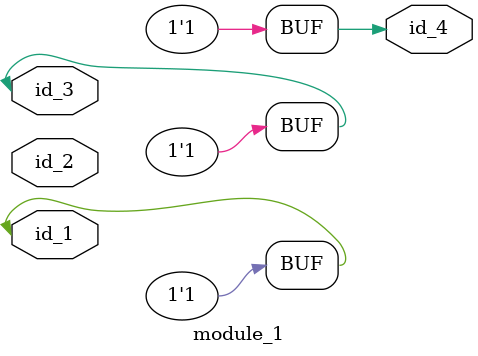
<source format=v>
module module_0;
  final $display(id_1 - 1 == 1, 1);
  wire id_3;
  assign id_3 = id_2;
endmodule
module module_1 (
    id_1,
    id_2,
    id_3,
    id_4
);
  output wire id_4;
  input wire id_3;
  input wire id_2;
  inout wire id_1;
  assign id_1 = id_3;
  assign id_4 = id_3;
  assign id_4 = 1;
  always @(1);
  module_0 modCall_1 ();
  assign id_4 = 1'b0;
  wire  id_5  ,  id_6  ,  id_7  ,  id_8  ,  id_9  ,  id_10  ,  id_11  ,  id_12  ,  id_13  ,  id_14  ,  id_15  ,  id_16  ,  id_17  ,  id_18  ,  id_19  ,  id_20  ;
endmodule

</source>
